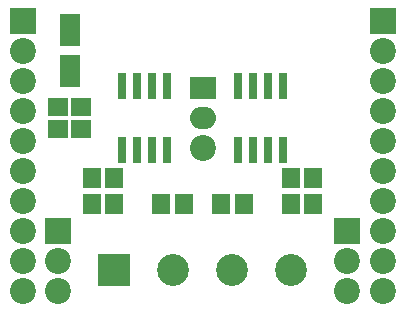
<source format=gbr>
G04 DipTrace 3.1.0.1*
G04 Âåðõíÿÿìàñêà.gbr*
%MOIN*%
G04 #@! TF.FileFunction,Soldermask,Top*
G04 #@! TF.Part,Single*
%ADD33R,0.031496X0.086614*%
%ADD35R,0.059055X0.066929*%
%ADD37R,0.086614X0.086614*%
%ADD39C,0.086614*%
%ADD41O,0.086614X0.074803*%
%ADD43R,0.086614X0.074803*%
%ADD45C,0.106299*%
%ADD47R,0.106299X0.106299*%
%ADD49R,0.066929X0.059055*%
%ADD51R,0.070866X0.108268*%
%FSLAX26Y26*%
G04*
G70*
G90*
G75*
G01*
G04 TopMask*
%LPD*%
D51*
X218773Y-93619D3*
Y-231415D3*
D49*
X181269Y-350139D3*
Y-424942D3*
D47*
X367224Y-893755D3*
D45*
X564075D3*
X760925D3*
X957776D3*
D43*
X662570Y-287541D3*
D41*
Y-387541D3*
D39*
Y-487541D3*
D37*
X1143748Y-762500D3*
D39*
Y-862500D3*
Y-962500D3*
D37*
X181252Y-762500D3*
D39*
Y-862500D3*
Y-962500D3*
D37*
X62500Y-62500D3*
D39*
Y-162500D3*
Y-262500D3*
Y-362500D3*
Y-462500D3*
Y-562500D3*
Y-662500D3*
Y-762500D3*
Y-862500D3*
Y-962500D3*
D37*
X1262500Y-62500D3*
D39*
Y-162500D3*
Y-262500D3*
Y-362500D3*
Y-462500D3*
Y-562500D3*
Y-662500D3*
Y-762500D3*
Y-862500D3*
Y-962500D3*
D35*
X725098Y-675000D3*
X799902D3*
X1031151D3*
X956348D3*
X1031151Y-587500D3*
X956348D3*
X293848D3*
X368651D3*
Y-675000D3*
X293848D3*
X599902D3*
X525098D3*
D49*
X256277Y-350139D3*
Y-424942D3*
D33*
X543749Y-281251D3*
X493749D3*
X443749D3*
X393749D3*
Y-493849D3*
X443749D3*
X493749D3*
X543749D3*
X931249Y-281251D3*
X881249D3*
X831249D3*
X781249D3*
Y-493849D3*
X831249D3*
X881249D3*
X931249D3*
M02*

</source>
